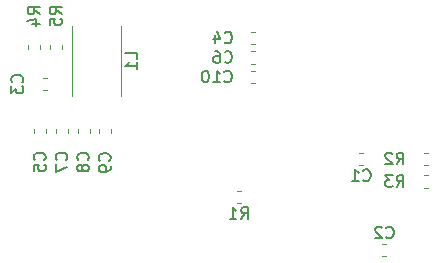
<source format=gbr>
%TF.GenerationSoftware,KiCad,Pcbnew,(5.1.6)-1*%
%TF.CreationDate,2020-09-26T21:02:15-04:00*%
%TF.ProjectId,CellLight,43656c6c-4c69-4676-9874-2e6b69636164,rev?*%
%TF.SameCoordinates,Original*%
%TF.FileFunction,Legend,Bot*%
%TF.FilePolarity,Positive*%
%FSLAX46Y46*%
G04 Gerber Fmt 4.6, Leading zero omitted, Abs format (unit mm)*
G04 Created by KiCad (PCBNEW (5.1.6)-1) date 2020-09-26 21:02:15*
%MOMM*%
%LPD*%
G01*
G04 APERTURE LIST*
%ADD10C,0.120000*%
%ADD11C,0.150000*%
G04 APERTURE END LIST*
D10*
%TO.C,L1*%
X193250000Y-102350000D02*
X193250000Y-96350000D01*
X189050000Y-102350000D02*
X189050000Y-96350000D01*
%TO.C,R5*%
X187240000Y-98346267D02*
X187240000Y-98003733D01*
X188260000Y-98346267D02*
X188260000Y-98003733D01*
%TO.C,R4*%
X185390000Y-98346267D02*
X185390000Y-98003733D01*
X186410000Y-98346267D02*
X186410000Y-98003733D01*
%TO.C,R3*%
X218903733Y-109040000D02*
X219246267Y-109040000D01*
X218903733Y-110060000D02*
X219246267Y-110060000D01*
%TO.C,R2*%
X218903733Y-107140000D02*
X219246267Y-107140000D01*
X218903733Y-108160000D02*
X219246267Y-108160000D01*
%TO.C,R1*%
X203053733Y-110340000D02*
X203396267Y-110340000D01*
X203053733Y-111360000D02*
X203396267Y-111360000D01*
%TO.C,C10*%
X204596267Y-101210000D02*
X204253733Y-101210000D01*
X204596267Y-100190000D02*
X204253733Y-100190000D01*
%TO.C,C9*%
X192410000Y-105103733D02*
X192410000Y-105446267D01*
X191390000Y-105103733D02*
X191390000Y-105446267D01*
%TO.C,C8*%
X190577000Y-105103733D02*
X190577000Y-105446267D01*
X189557000Y-105103733D02*
X189557000Y-105446267D01*
%TO.C,C7*%
X188760000Y-105103733D02*
X188760000Y-105446267D01*
X187740000Y-105103733D02*
X187740000Y-105446267D01*
%TO.C,C6*%
X204596267Y-99560000D02*
X204253733Y-99560000D01*
X204596267Y-98540000D02*
X204253733Y-98540000D01*
%TO.C,C5*%
X186910000Y-105103733D02*
X186910000Y-105446267D01*
X185890000Y-105103733D02*
X185890000Y-105446267D01*
%TO.C,C4*%
X204596267Y-97910000D02*
X204253733Y-97910000D01*
X204596267Y-96890000D02*
X204253733Y-96890000D01*
%TO.C,C3*%
X186996267Y-101810000D02*
X186653733Y-101810000D01*
X186996267Y-100790000D02*
X186653733Y-100790000D01*
%TO.C,C2*%
X215696267Y-115860000D02*
X215353733Y-115860000D01*
X215696267Y-114840000D02*
X215353733Y-114840000D01*
%TO.C,C1*%
X213403733Y-107140000D02*
X213746267Y-107140000D01*
X213403733Y-108160000D02*
X213746267Y-108160000D01*
%TO.C,L1*%
D11*
X194602380Y-99183333D02*
X194602380Y-98707142D01*
X193602380Y-98707142D01*
X194602380Y-100040476D02*
X194602380Y-99469047D01*
X194602380Y-99754761D02*
X193602380Y-99754761D01*
X193745238Y-99659523D01*
X193840476Y-99564285D01*
X193888095Y-99469047D01*
%TO.C,R5*%
X188202380Y-95383333D02*
X187726190Y-95050000D01*
X188202380Y-94811904D02*
X187202380Y-94811904D01*
X187202380Y-95192857D01*
X187250000Y-95288095D01*
X187297619Y-95335714D01*
X187392857Y-95383333D01*
X187535714Y-95383333D01*
X187630952Y-95335714D01*
X187678571Y-95288095D01*
X187726190Y-95192857D01*
X187726190Y-94811904D01*
X187202380Y-96288095D02*
X187202380Y-95811904D01*
X187678571Y-95764285D01*
X187630952Y-95811904D01*
X187583333Y-95907142D01*
X187583333Y-96145238D01*
X187630952Y-96240476D01*
X187678571Y-96288095D01*
X187773809Y-96335714D01*
X188011904Y-96335714D01*
X188107142Y-96288095D01*
X188154761Y-96240476D01*
X188202380Y-96145238D01*
X188202380Y-95907142D01*
X188154761Y-95811904D01*
X188107142Y-95764285D01*
%TO.C,R4*%
X186352380Y-95383333D02*
X185876190Y-95050000D01*
X186352380Y-94811904D02*
X185352380Y-94811904D01*
X185352380Y-95192857D01*
X185400000Y-95288095D01*
X185447619Y-95335714D01*
X185542857Y-95383333D01*
X185685714Y-95383333D01*
X185780952Y-95335714D01*
X185828571Y-95288095D01*
X185876190Y-95192857D01*
X185876190Y-94811904D01*
X185685714Y-96240476D02*
X186352380Y-96240476D01*
X185304761Y-96002380D02*
X186019047Y-95764285D01*
X186019047Y-96383333D01*
%TO.C,R3*%
X216566666Y-110002380D02*
X216900000Y-109526190D01*
X217138095Y-110002380D02*
X217138095Y-109002380D01*
X216757142Y-109002380D01*
X216661904Y-109050000D01*
X216614285Y-109097619D01*
X216566666Y-109192857D01*
X216566666Y-109335714D01*
X216614285Y-109430952D01*
X216661904Y-109478571D01*
X216757142Y-109526190D01*
X217138095Y-109526190D01*
X216233333Y-109002380D02*
X215614285Y-109002380D01*
X215947619Y-109383333D01*
X215804761Y-109383333D01*
X215709523Y-109430952D01*
X215661904Y-109478571D01*
X215614285Y-109573809D01*
X215614285Y-109811904D01*
X215661904Y-109907142D01*
X215709523Y-109954761D01*
X215804761Y-110002380D01*
X216090476Y-110002380D01*
X216185714Y-109954761D01*
X216233333Y-109907142D01*
%TO.C,R2*%
X216566666Y-108102380D02*
X216900000Y-107626190D01*
X217138095Y-108102380D02*
X217138095Y-107102380D01*
X216757142Y-107102380D01*
X216661904Y-107150000D01*
X216614285Y-107197619D01*
X216566666Y-107292857D01*
X216566666Y-107435714D01*
X216614285Y-107530952D01*
X216661904Y-107578571D01*
X216757142Y-107626190D01*
X217138095Y-107626190D01*
X216185714Y-107197619D02*
X216138095Y-107150000D01*
X216042857Y-107102380D01*
X215804761Y-107102380D01*
X215709523Y-107150000D01*
X215661904Y-107197619D01*
X215614285Y-107292857D01*
X215614285Y-107388095D01*
X215661904Y-107530952D01*
X216233333Y-108102380D01*
X215614285Y-108102380D01*
%TO.C,R1*%
X203391666Y-112732380D02*
X203725000Y-112256190D01*
X203963095Y-112732380D02*
X203963095Y-111732380D01*
X203582142Y-111732380D01*
X203486904Y-111780000D01*
X203439285Y-111827619D01*
X203391666Y-111922857D01*
X203391666Y-112065714D01*
X203439285Y-112160952D01*
X203486904Y-112208571D01*
X203582142Y-112256190D01*
X203963095Y-112256190D01*
X202439285Y-112732380D02*
X203010714Y-112732380D01*
X202725000Y-112732380D02*
X202725000Y-111732380D01*
X202820238Y-111875238D01*
X202915476Y-111970476D01*
X203010714Y-112018095D01*
%TO.C,C10*%
X201992857Y-101057142D02*
X202040476Y-101104761D01*
X202183333Y-101152380D01*
X202278571Y-101152380D01*
X202421428Y-101104761D01*
X202516666Y-101009523D01*
X202564285Y-100914285D01*
X202611904Y-100723809D01*
X202611904Y-100580952D01*
X202564285Y-100390476D01*
X202516666Y-100295238D01*
X202421428Y-100200000D01*
X202278571Y-100152380D01*
X202183333Y-100152380D01*
X202040476Y-100200000D01*
X201992857Y-100247619D01*
X201040476Y-101152380D02*
X201611904Y-101152380D01*
X201326190Y-101152380D02*
X201326190Y-100152380D01*
X201421428Y-100295238D01*
X201516666Y-100390476D01*
X201611904Y-100438095D01*
X200421428Y-100152380D02*
X200326190Y-100152380D01*
X200230952Y-100200000D01*
X200183333Y-100247619D01*
X200135714Y-100342857D01*
X200088095Y-100533333D01*
X200088095Y-100771428D01*
X200135714Y-100961904D01*
X200183333Y-101057142D01*
X200230952Y-101104761D01*
X200326190Y-101152380D01*
X200421428Y-101152380D01*
X200516666Y-101104761D01*
X200564285Y-101057142D01*
X200611904Y-100961904D01*
X200659523Y-100771428D01*
X200659523Y-100533333D01*
X200611904Y-100342857D01*
X200564285Y-100247619D01*
X200516666Y-100200000D01*
X200421428Y-100152380D01*
%TO.C,C9*%
X192257142Y-107783333D02*
X192304761Y-107735714D01*
X192352380Y-107592857D01*
X192352380Y-107497619D01*
X192304761Y-107354761D01*
X192209523Y-107259523D01*
X192114285Y-107211904D01*
X191923809Y-107164285D01*
X191780952Y-107164285D01*
X191590476Y-107211904D01*
X191495238Y-107259523D01*
X191400000Y-107354761D01*
X191352380Y-107497619D01*
X191352380Y-107592857D01*
X191400000Y-107735714D01*
X191447619Y-107783333D01*
X192352380Y-108259523D02*
X192352380Y-108450000D01*
X192304761Y-108545238D01*
X192257142Y-108592857D01*
X192114285Y-108688095D01*
X191923809Y-108735714D01*
X191542857Y-108735714D01*
X191447619Y-108688095D01*
X191400000Y-108640476D01*
X191352380Y-108545238D01*
X191352380Y-108354761D01*
X191400000Y-108259523D01*
X191447619Y-108211904D01*
X191542857Y-108164285D01*
X191780952Y-108164285D01*
X191876190Y-108211904D01*
X191923809Y-108259523D01*
X191971428Y-108354761D01*
X191971428Y-108545238D01*
X191923809Y-108640476D01*
X191876190Y-108688095D01*
X191780952Y-108735714D01*
%TO.C,C8*%
X190424142Y-107733333D02*
X190471761Y-107685714D01*
X190519380Y-107542857D01*
X190519380Y-107447619D01*
X190471761Y-107304761D01*
X190376523Y-107209523D01*
X190281285Y-107161904D01*
X190090809Y-107114285D01*
X189947952Y-107114285D01*
X189757476Y-107161904D01*
X189662238Y-107209523D01*
X189567000Y-107304761D01*
X189519380Y-107447619D01*
X189519380Y-107542857D01*
X189567000Y-107685714D01*
X189614619Y-107733333D01*
X189947952Y-108304761D02*
X189900333Y-108209523D01*
X189852714Y-108161904D01*
X189757476Y-108114285D01*
X189709857Y-108114285D01*
X189614619Y-108161904D01*
X189567000Y-108209523D01*
X189519380Y-108304761D01*
X189519380Y-108495238D01*
X189567000Y-108590476D01*
X189614619Y-108638095D01*
X189709857Y-108685714D01*
X189757476Y-108685714D01*
X189852714Y-108638095D01*
X189900333Y-108590476D01*
X189947952Y-108495238D01*
X189947952Y-108304761D01*
X189995571Y-108209523D01*
X190043190Y-108161904D01*
X190138428Y-108114285D01*
X190328904Y-108114285D01*
X190424142Y-108161904D01*
X190471761Y-108209523D01*
X190519380Y-108304761D01*
X190519380Y-108495238D01*
X190471761Y-108590476D01*
X190424142Y-108638095D01*
X190328904Y-108685714D01*
X190138428Y-108685714D01*
X190043190Y-108638095D01*
X189995571Y-108590476D01*
X189947952Y-108495238D01*
%TO.C,C7*%
X188607142Y-107733333D02*
X188654761Y-107685714D01*
X188702380Y-107542857D01*
X188702380Y-107447619D01*
X188654761Y-107304761D01*
X188559523Y-107209523D01*
X188464285Y-107161904D01*
X188273809Y-107114285D01*
X188130952Y-107114285D01*
X187940476Y-107161904D01*
X187845238Y-107209523D01*
X187750000Y-107304761D01*
X187702380Y-107447619D01*
X187702380Y-107542857D01*
X187750000Y-107685714D01*
X187797619Y-107733333D01*
X187702380Y-108066666D02*
X187702380Y-108733333D01*
X188702380Y-108304761D01*
%TO.C,C6*%
X202016666Y-99407142D02*
X202064285Y-99454761D01*
X202207142Y-99502380D01*
X202302380Y-99502380D01*
X202445238Y-99454761D01*
X202540476Y-99359523D01*
X202588095Y-99264285D01*
X202635714Y-99073809D01*
X202635714Y-98930952D01*
X202588095Y-98740476D01*
X202540476Y-98645238D01*
X202445238Y-98550000D01*
X202302380Y-98502380D01*
X202207142Y-98502380D01*
X202064285Y-98550000D01*
X202016666Y-98597619D01*
X201159523Y-98502380D02*
X201350000Y-98502380D01*
X201445238Y-98550000D01*
X201492857Y-98597619D01*
X201588095Y-98740476D01*
X201635714Y-98930952D01*
X201635714Y-99311904D01*
X201588095Y-99407142D01*
X201540476Y-99454761D01*
X201445238Y-99502380D01*
X201254761Y-99502380D01*
X201159523Y-99454761D01*
X201111904Y-99407142D01*
X201064285Y-99311904D01*
X201064285Y-99073809D01*
X201111904Y-98978571D01*
X201159523Y-98930952D01*
X201254761Y-98883333D01*
X201445238Y-98883333D01*
X201540476Y-98930952D01*
X201588095Y-98978571D01*
X201635714Y-99073809D01*
%TO.C,C5*%
X186757142Y-107733333D02*
X186804761Y-107685714D01*
X186852380Y-107542857D01*
X186852380Y-107447619D01*
X186804761Y-107304761D01*
X186709523Y-107209523D01*
X186614285Y-107161904D01*
X186423809Y-107114285D01*
X186280952Y-107114285D01*
X186090476Y-107161904D01*
X185995238Y-107209523D01*
X185900000Y-107304761D01*
X185852380Y-107447619D01*
X185852380Y-107542857D01*
X185900000Y-107685714D01*
X185947619Y-107733333D01*
X185852380Y-108638095D02*
X185852380Y-108161904D01*
X186328571Y-108114285D01*
X186280952Y-108161904D01*
X186233333Y-108257142D01*
X186233333Y-108495238D01*
X186280952Y-108590476D01*
X186328571Y-108638095D01*
X186423809Y-108685714D01*
X186661904Y-108685714D01*
X186757142Y-108638095D01*
X186804761Y-108590476D01*
X186852380Y-108495238D01*
X186852380Y-108257142D01*
X186804761Y-108161904D01*
X186757142Y-108114285D01*
%TO.C,C4*%
X202016666Y-97757142D02*
X202064285Y-97804761D01*
X202207142Y-97852380D01*
X202302380Y-97852380D01*
X202445238Y-97804761D01*
X202540476Y-97709523D01*
X202588095Y-97614285D01*
X202635714Y-97423809D01*
X202635714Y-97280952D01*
X202588095Y-97090476D01*
X202540476Y-96995238D01*
X202445238Y-96900000D01*
X202302380Y-96852380D01*
X202207142Y-96852380D01*
X202064285Y-96900000D01*
X202016666Y-96947619D01*
X201159523Y-97185714D02*
X201159523Y-97852380D01*
X201397619Y-96804761D02*
X201635714Y-97519047D01*
X201016666Y-97519047D01*
%TO.C,C3*%
X184857142Y-101133333D02*
X184904761Y-101085714D01*
X184952380Y-100942857D01*
X184952380Y-100847619D01*
X184904761Y-100704761D01*
X184809523Y-100609523D01*
X184714285Y-100561904D01*
X184523809Y-100514285D01*
X184380952Y-100514285D01*
X184190476Y-100561904D01*
X184095238Y-100609523D01*
X184000000Y-100704761D01*
X183952380Y-100847619D01*
X183952380Y-100942857D01*
X184000000Y-101085714D01*
X184047619Y-101133333D01*
X183952380Y-101466666D02*
X183952380Y-102085714D01*
X184333333Y-101752380D01*
X184333333Y-101895238D01*
X184380952Y-101990476D01*
X184428571Y-102038095D01*
X184523809Y-102085714D01*
X184761904Y-102085714D01*
X184857142Y-102038095D01*
X184904761Y-101990476D01*
X184952380Y-101895238D01*
X184952380Y-101609523D01*
X184904761Y-101514285D01*
X184857142Y-101466666D01*
%TO.C,C2*%
X215691666Y-114277142D02*
X215739285Y-114324761D01*
X215882142Y-114372380D01*
X215977380Y-114372380D01*
X216120238Y-114324761D01*
X216215476Y-114229523D01*
X216263095Y-114134285D01*
X216310714Y-113943809D01*
X216310714Y-113800952D01*
X216263095Y-113610476D01*
X216215476Y-113515238D01*
X216120238Y-113420000D01*
X215977380Y-113372380D01*
X215882142Y-113372380D01*
X215739285Y-113420000D01*
X215691666Y-113467619D01*
X215310714Y-113467619D02*
X215263095Y-113420000D01*
X215167857Y-113372380D01*
X214929761Y-113372380D01*
X214834523Y-113420000D01*
X214786904Y-113467619D01*
X214739285Y-113562857D01*
X214739285Y-113658095D01*
X214786904Y-113800952D01*
X215358333Y-114372380D01*
X214739285Y-114372380D01*
%TO.C,C1*%
X213741666Y-109437142D02*
X213789285Y-109484761D01*
X213932142Y-109532380D01*
X214027380Y-109532380D01*
X214170238Y-109484761D01*
X214265476Y-109389523D01*
X214313095Y-109294285D01*
X214360714Y-109103809D01*
X214360714Y-108960952D01*
X214313095Y-108770476D01*
X214265476Y-108675238D01*
X214170238Y-108580000D01*
X214027380Y-108532380D01*
X213932142Y-108532380D01*
X213789285Y-108580000D01*
X213741666Y-108627619D01*
X212789285Y-109532380D02*
X213360714Y-109532380D01*
X213075000Y-109532380D02*
X213075000Y-108532380D01*
X213170238Y-108675238D01*
X213265476Y-108770476D01*
X213360714Y-108818095D01*
%TD*%
M02*

</source>
